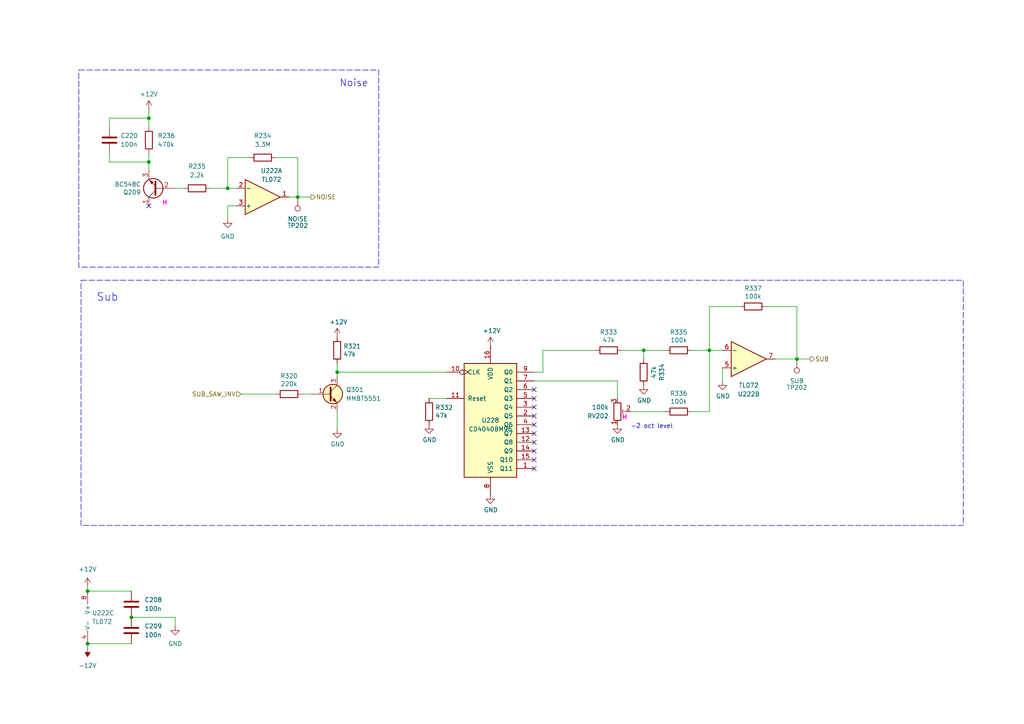
<source format=kicad_sch>
(kicad_sch (version 20231120) (generator "eeschema") (generator_version "8.0")
  (paper "A4")
  (lib_symbols
    (symbol "4xxx:4040" (pin_names (offset 1.016))
      (property "Reference" "U" (at -7.62 16.51 0))
      (property "Value" "4040" (at -7.62 -19.05 0))
      (symbol "4040_1_0"
        (pin output line (at 12.7 -15.24 180) (length 5.08) (name "Q11") (number "1"))
        (pin input inverted_clock (at -12.7 12.7 0) (length 5.08) (name "CLK") (number "10"))
        (pin input line (at -12.7 5.08 0) (length 5.08) (name "Reset") (number "11"))
        (pin output line (at 12.7 -7.62 180) (length 5.08) (name "Q8") (number "12"))
        (pin output line (at 12.7 -5.08 180) (length 5.08) (name "Q7") (number "13"))
        (pin output line (at 12.7 -10.16 180) (length 5.08) (name "Q9") (number "14"))
        (pin output line (at 12.7 -12.7 180) (length 5.08) (name "Q10") (number "15"))
        (pin power_in line (at 0 20.32 270) (length 5.08) (name "VDD") (number "16"))
        (pin output line (at 12.7 0 180) (length 5.08) (name "Q5") (number "2"))
        (pin output line (at 12.7 2.54 180) (length 5.08) (name "Q4") (number "3"))
        (pin output line (at 12.7 -2.54 180) (length 5.08) (name "Q6") (number "4"))
        (pin output line (at 12.7 5.08 180) (length 5.08) (name "Q3") (number "5"))
        (pin output line (at 12.7 7.62 180) (length 5.08) (name "Q2") (number "6"))
        (pin output line (at 12.7 10.16 180) (length 5.08) (name "Q1") (number "7"))
        (pin power_in line (at 0 -22.86 90) (length 5.08) (name "VSS") (number "8"))
        (pin output line (at 12.7 12.7 180) (length 5.08) (name "Q0") (number "9"))
      )
      (symbol "4040_1_1"
        (rectangle (start -7.62 15.24) (end 7.62 -17.78) (stroke (width 0.254)) (fill (type background)))
      )
    )
    (symbol "Amplifier_Operational:TL072" (pin_names (offset 0.127))
      (property "Reference" "U" (at 0 5.08 0))
      (property "Value" "TL072" (at 0 -5.08 0))
      (symbol "TL072_1_1"
        (polyline (pts (xy -5.08 5.08) (xy 5.08 0) (xy -5.08 -5.08) (xy -5.08 5.08)) (stroke (width 0.254)) (fill (type background)))
        (pin output line (at 7.62 0 180) (length 2.54) (name "~") (number "1"))
        (pin input line (at -7.62 -2.54 0) (length 2.54) (name "-") (number "2"))
        (pin input line (at -7.62 2.54 0) (length 2.54) (name "+") (number "3"))
      )
      (symbol "TL072_2_1"
        (polyline (pts (xy -5.08 5.08) (xy 5.08 0) (xy -5.08 -5.08) (xy -5.08 5.08)) (stroke (width 0.254)) (fill (type background)))
        (pin input line (at -7.62 2.54 0) (length 2.54) (name "+") (number "5"))
        (pin input line (at -7.62 -2.54 0) (length 2.54) (name "-") (number "6"))
        (pin output line (at 7.62 0 180) (length 2.54) (name "~") (number "7"))
      )
      (symbol "TL072_3_1"
        (pin power_in line (at -2.54 -7.62 90) (length 3.81) (name "V-") (number "4"))
        (pin power_in line (at -2.54 7.62 270) (length 3.81) (name "V+") (number "8"))
      )
    )
    (symbol "Connector:TestPoint" (pin_numbers hide) (pin_names (offset 0.762) hide)
      (property "Reference" "TP" (at 0 6.858 0))
      (property "Value" "TestPoint" (at 0 5.08 0))
      (symbol "TestPoint_0_1"
        (circle (center 0 3.302) (radius 0.762))
      )
      (symbol "TestPoint_1_1"
        (pin passive line (at 0 0 90) (length 2.54) (name "1") (number "1"))
      )
    )
    (symbol "Device:C" (pin_numbers hide) (pin_names (offset 0.254))
      (property "Reference" "C" (at 0.635 2.54 0))
      (property "Value" "C" (at 0.635 -2.54 0))
      (symbol "C_0_1"
        (polyline (pts (xy -2.032 -0.762) (xy 2.032 -0.762)) (stroke (width 0.508)))
        (polyline (pts (xy -2.032 0.762) (xy 2.032 0.762)) (stroke (width 0.508)))
      )
      (symbol "C_1_1"
        (pin passive line (at 0 3.81 270) (length 2.794) (name "~") (number "1"))
        (pin passive line (at 0 -3.81 90) (length 2.794) (name "~") (number "2"))
      )
    )
    (symbol "Device:R" (pin_numbers hide) (pin_names (offset 0))
      (property "Reference" "R" (at 2.032 0 90))
      (property "Value" "R" (at 0 0 90))
      (symbol "R_0_1"
        (rectangle (start -1.016 -2.54) (end 1.016 2.54) (stroke (width 0.254)))
      )
      (symbol "R_1_1"
        (pin passive line (at 0 3.81 270) (length 1.27) (name "~") (number "1"))
        (pin passive line (at 0 -3.81 90) (length 1.27) (name "~") (number "2"))
      )
    )
    (symbol "Device:R_Potentiometer_Trim" (pin_names (offset 1.016) hide)
      (property "Reference" "RV" (at -4.445 0 90))
      (property "Value" "R_Potentiometer_Trim" (at -2.54 0 90))
      (symbol "R_Potentiometer_Trim_0_1"
        (polyline (pts (xy 1.524 0.762) (xy 1.524 -0.762)))
        (polyline (pts (xy 2.54 0) (xy 1.524 0)))
        (rectangle (start 1.016 2.54) (end -1.016 -2.54) (stroke (width 0.254)))
      )
      (symbol "R_Potentiometer_Trim_1_1"
        (pin passive line (at 0 3.81 270) (length 1.27) (name "1") (number "1"))
        (pin passive line (at 3.81 0 180) (length 1.27) (name "2") (number "2"))
        (pin passive line (at 0 -3.81 90) (length 1.27) (name "3") (number "3"))
      )
    )
    (symbol "PCM_Transistor_BJT_AKL:BC847" (pin_names hide)
      (property "Reference" "Q" (at 5.08 1.27 0))
      (property "Value" "BC847" (at 5.08 -1.27 0))
      (symbol "BC847_0_1"
        (polyline (pts (xy 0.635 0.635) (xy 2.54 2.54)))
        (polyline (pts (xy 0.635 -0.635) (xy 2.54 -2.54) (xy 2.54 -2.54)))
        (polyline (pts (xy 0.635 1.905) (xy 0.635 -1.905) (xy 0.635 -1.905)) (stroke (width 0.508)))
        (polyline (pts (xy 1.27 -1.778) (xy 1.778 -1.27) (xy 2.286 -2.286) (xy 1.27 -1.778) (xy 1.27 -1.778)) (fill (type outline)))
        (circle (center 1.27 0) (radius 2.8194) (stroke (width 0.254)) (fill (type background)))
      )
      (symbol "BC847_1_1"
        (pin input line (at -5.08 0 0) (length 5.715) (name "B") (number "1"))
        (pin passive line (at 2.54 -5.08 90) (length 2.54) (name "E") (number "2"))
        (pin passive line (at 2.54 5.08 270) (length 2.54) (name "C") (number "3"))
      )
    )
    (symbol "Transistor_BJT:BC548" (pin_names (offset 0) hide)
      (property "Reference" "Q" (at 5.08 1.905 0))
      (property "Value" "BC548" (at 5.08 0 0))
      (symbol "BC548_0_1"
        (polyline (pts (xy 0 0) (xy 0.635 0)))
        (polyline (pts (xy 0.635 0.635) (xy 2.54 2.54)))
        (polyline (pts (xy 0.635 -0.635) (xy 2.54 -2.54) (xy 2.54 -2.54)))
        (polyline (pts (xy 0.635 1.905) (xy 0.635 -1.905) (xy 0.635 -1.905)) (stroke (width 0.508)))
        (polyline (pts (xy 1.27 -1.778) (xy 1.778 -1.27) (xy 2.286 -2.286) (xy 1.27 -1.778) (xy 1.27 -1.778)) (fill (type outline)))
        (circle (center 1.27 0) (radius 2.8194) (stroke (width 0.254)))
      )
      (symbol "BC548_1_1"
        (pin passive line (at 2.54 5.08 270) (length 2.54) (name "C") (number "1"))
        (pin input line (at -5.08 0 0) (length 5.08) (name "B") (number "2"))
        (pin passive line (at 2.54 -5.08 90) (length 2.54) (name "E") (number "3"))
      )
    )
    (symbol "power:+12V" (power) (pin_names (offset 0))
      (property "Value" "+12V" (at 0 3.556 0))
      (symbol "+12V_0_1"
        (polyline (pts (xy -0.762 1.27) (xy 0 2.54)))
        (polyline (pts (xy 0 0) (xy 0 2.54)))
        (polyline (pts (xy 0 2.54) (xy 0.762 1.27)))
      )
      (symbol "+12V_1_1"
        (pin power_in line (at 0 0 90) (length 0) hide (name "+12V") (number "1"))
      )
    )
    (symbol "power:-12V" (power) (pin_names (offset 0))
      (property "Value" "-12V" (at 0 3.81 0))
      (symbol "-12V_0_0"
        (pin power_in line (at 0 0 90) (length 0) hide (name "-12V") (number "1"))
      )
      (symbol "-12V_0_1"
        (polyline (pts (xy 0 0) (xy 0 1.27) (xy 0.762 1.27) (xy 0 2.54) (xy -0.762 1.27) (xy 0 1.27)) (fill (type outline)))
      )
    )
    (symbol "power:GND" (power) (pin_names (offset 0))
      (property "Value" "GND" (at 0 -3.81 0))
      (symbol "GND_0_1"
        (polyline (pts (xy 0 0) (xy 0 -1.27) (xy 1.27 -1.27) (xy 0 -2.54) (xy -1.27 -1.27) (xy 0 -1.27)))
      )
      (symbol "GND_1_1"
        (pin power_in line (at 0 0 270) (length 0) hide (name "GND") (number "1"))
      )
    )
  )
  (junction (at 38.1 179.07))
  (junction (at 43.18 34.29))
  (junction (at 97.79 107.95))
  (junction (at 25.4 186.69))
  (junction (at 231.14 104.14))
  (junction (at 66.04 54.61))
  (junction (at 25.4 171.45))
  (junction (at 86.36 57.15))
  (junction (at 205.74 101.6))
  (junction (at 186.69 101.6))
  (junction (at 43.18 46.99))
  (no_connect (at 154.94 118.11))
  (no_connect (at 43.18 59.69))
  (no_connect (at 154.94 125.73))
  (no_connect (at 154.94 113.03))
  (no_connect (at 154.94 115.57))
  (no_connect (at 154.94 123.19))
  (no_connect (at 154.94 133.35))
  (no_connect (at 154.94 128.27))
  (no_connect (at 154.94 130.81))
  (no_connect (at 154.94 135.89))
  (no_connect (at 154.94 120.65))
  (wire (pts (xy 234.95 104.14) (xy 231.14 104.14)))
  (wire (pts (xy 25.4 186.69) (xy 38.1 186.69)))
  (wire (pts (xy 186.69 101.6) (xy 193.04 101.6)))
  (wire (pts (xy 66.04 59.69) (xy 68.58 59.69)))
  (wire (pts (xy 97.79 107.95) (xy 97.79 109.22)))
  (wire (pts (xy 86.36 45.72) (xy 86.36 57.15)))
  (wire (pts (xy 231.14 88.9) (xy 231.14 104.14)))
  (wire (pts (xy 157.48 101.6) (xy 172.72 101.6)))
  (wire (pts (xy 231.14 104.14) (xy 224.79 104.14)))
  (wire (pts (xy 80.01 114.3) (xy 69.85 114.3)))
  (wire (pts (xy 66.04 63.5) (xy 66.04 59.69)))
  (wire (pts (xy 43.18 46.99) (xy 43.18 49.53)))
  (wire (pts (xy 31.75 46.99) (xy 43.18 46.99)))
  (wire (pts (xy 179.07 115.57) (xy 179.07 110.49)))
  (wire (pts (xy 154.94 110.49) (xy 179.07 110.49)))
  (wire (pts (xy 200.66 119.38) (xy 205.74 119.38)))
  (wire (pts (xy 205.74 101.6) (xy 209.55 101.6)))
  (wire (pts (xy 31.75 34.29) (xy 43.18 34.29)))
  (wire (pts (xy 205.74 88.9) (xy 205.74 101.6)))
  (wire (pts (xy 90.17 114.3) (xy 87.63 114.3)))
  (wire (pts (xy 31.75 36.83) (xy 31.75 34.29)))
  (wire (pts (xy 200.66 101.6) (xy 205.74 101.6)))
  (wire (pts (xy 72.39 45.72) (xy 66.04 45.72)))
  (wire (pts (xy 86.36 57.15) (xy 83.82 57.15)))
  (wire (pts (xy 205.74 119.38) (xy 205.74 101.6)))
  (wire (pts (xy 90.17 57.15) (xy 86.36 57.15)))
  (wire (pts (xy 31.75 44.45) (xy 31.75 46.99)))
  (wire (pts (xy 50.8 179.07) (xy 38.1 179.07)))
  (wire (pts (xy 97.79 124.46) (xy 97.79 119.38)))
  (wire (pts (xy 182.88 119.38) (xy 193.04 119.38)))
  (wire (pts (xy 157.48 107.95) (xy 154.94 107.95)))
  (wire (pts (xy 43.18 31.75) (xy 43.18 34.29)))
  (wire (pts (xy 129.54 107.95) (xy 97.79 107.95)))
  (wire (pts (xy 214.63 88.9) (xy 205.74 88.9)))
  (wire (pts (xy 25.4 187.96) (xy 25.4 186.69)))
  (wire (pts (xy 25.4 170.18) (xy 25.4 171.45)))
  (wire (pts (xy 43.18 46.99) (xy 43.18 44.45)))
  (wire (pts (xy 129.54 115.57) (xy 124.46 115.57)))
  (wire (pts (xy 157.48 101.6) (xy 157.48 107.95)))
  (wire (pts (xy 180.34 101.6) (xy 186.69 101.6)))
  (wire (pts (xy 25.4 171.45) (xy 38.1 171.45)))
  (wire (pts (xy 66.04 45.72) (xy 66.04 54.61)))
  (wire (pts (xy 222.25 88.9) (xy 231.14 88.9)))
  (wire (pts (xy 209.55 110.49) (xy 209.55 106.68)))
  (wire (pts (xy 50.8 181.61) (xy 50.8 179.07)))
  (wire (pts (xy 68.58 54.61) (xy 66.04 54.61)))
  (wire (pts (xy 97.79 105.41) (xy 97.79 107.95)))
  (wire (pts (xy 60.96 54.61) (xy 66.04 54.61)))
  (wire (pts (xy 80.01 45.72) (xy 86.36 45.72)))
  (wire (pts (xy 186.69 104.14) (xy 186.69 101.6)))
  (wire (pts (xy 50.8 54.61) (xy 53.34 54.61)))
  (wire (pts (xy 43.18 34.29) (xy 43.18 36.83)))
  (rectangle (start 22.86 20.32) (end 109.855 77.47) (stroke (width 0) (type dash)))
  (rectangle (start 23.495 81.28) (end 279.4 152.4) (stroke (width 0) (type dash)))
  (text "H" (at 180.34 121.92 0) (effects (font (size 1.27 1.27) (thickness 0.254) (bold yes)) (justify left bottom)))
  (text "Noise" (at 98.425 25.4 0) (effects (font (size 2 2)) (justify left bottom)))
  (text "H" (at 46.99 59.69 0) (effects (font (size 1.27 1.27) (thickness 0.254) (bold yes)) (justify left bottom)))
  (text "-2 oct level" (at 182.88 124.46 0) (effects (font (size 1.27 1.27)) (justify left bottom)))
  (text "Sub" (at 27.94 87.63 0) (effects (font (size 2.2606 2.2606)) (justify left bottom)))
  (hierarchical_label "NOISE" (shape output) (at 90.17 57.15 0))
  (hierarchical_label "SUB_SAW_INV" (shape input) (at 69.85 114.3 180))
  (hierarchical_label "SUB" (shape output) (at 234.95 104.14 0))
  (symbol (lib_id "Amplifier_Operational:TL072") (at 27.94 179.07 0) (unit 3)
    (property "Reference" "U222" (at 26.67 177.8 0) (effects (justify left)))
    (property "Value" "TL072" (at 26.67 180.34 0) (effects (justify left)))
    (property "Footprint" "Package_SO:SOIC-8_3.9x4.9mm_P1.27mm" (effects (hide yes)))
    (property "Datasheet" "http://www.ti.com/lit/ds/symlink/tl071.pdf" (effects (hide yes)))
    (property "LCSC" "C6961" (effects (hide yes)))
    (property "Vendor" "JLCPCB" (effects (hide yes)))
  )
  (symbol (lib_id "Amplifier_Operational:TL072") (at 76.2 57.15 0) (mirror x) (unit 1)
    (property "Reference" "U222" (at 78.74 49.53 0))
    (property "Value" "TL072" (at 78.74 52.07 0))
    (property "Footprint" "Package_SO:SOIC-8_3.9x4.9mm_P1.27mm" (effects (hide yes)))
    (property "Datasheet" "http://www.ti.com/lit/ds/symlink/tl071.pdf" (effects (hide yes)))
    (property "LCSC" "C6961" (effects (hide yes)))
    (property "Vendor" "JLCPCB" (effects (hide yes)))
  )
  (symbol (lib_id "Device:R") (at 76.2 45.72 90) (unit 1)
    (property "Reference" "R234" (at 76.2 39.37 90))
    (property "Value" "3.3M" (at 76.2 41.91 90))
    (property "Footprint" "Resistor_SMD:R_0603_1608Metric" (effects (hide yes)))
    (property "LCSC" "C141659" (effects (hide yes)))
    (property "Vendor" "JLCPCB" (effects (hide yes)))
    (instances (project "core-rev-3" (path "" (reference "R234") (unit 1)) (path "" (reference "R298") (unit 1))))
  )
  (symbol (lib_id "power:GND") (at 179.07 123.19 0) (unit 1)
    (property "Reference" "#PWR0398" (effects (hide yes)))
    (property "Value" "GND" (at 179.197 127.5842 0))
    (instances (project "core-rev-3" (path "" (reference "#PWR0398") (unit 1))) (project "waveshaper-A" (path "" (reference "#PWR0120") (unit 1))))
  )
  (symbol (lib_id "Device:C") (at 31.75 40.64 0) (unit 1)
    (property "Reference" "C220" (at 34.925 39.37 0) (effects (justify left)))
    (property "Value" "100n" (at 34.925 41.91 0) (effects (justify left)))
    (property "Footprint" "Capacitor_SMD:C_0603_1608Metric" (effects (hide yes)))
    (property "LCSC" "C14663" (effects (hide yes)))
    (property "Vendor" "JLCPCB" (effects (hide yes)))
    (instances (project "core-rev-3" (path "" (reference "C220") (unit 1)) (path "" (reference "C257") (unit 1))))
  )
  (symbol (lib_id "power:+12V") (at 142.24 100.33 0) (unit 1)
    (property "Reference" "#PWR0396" (effects (hide yes)))
    (property "Value" "+12V" (at 142.621 95.9358 0))
    (instances (project "core-rev-3" (path "" (reference "#PWR0396") (unit 1))) (project "waveshaper-A" (path "" (reference "#PWR0116") (unit 1))))
  )
  (symbol (lib_id "Device:R") (at 83.82 114.3 270) (unit 1)
    (property "Reference" "R320" (at 83.82 109.0422 90))
    (property "Value" "220k" (at 83.82 111.3536 90))
    (property "Footprint" "Resistor_SMD:R_0603_1608Metric" (effects (hide yes)))
    (property "LCSC" "C22961" (effects (hide yes)))
    (property "Vendor" "JLCPCB" (effects (hide yes)))
    (instances (project "core-rev-3" (path "" (reference "R320") (unit 1))) (project "waveshaper-A" (path "" (reference "R17") (unit 1))))
  )
  (symbol (lib_id "Device:R") (at 43.18 40.64 0) (unit 1)
    (property "Reference" "R236" (at 45.72 39.37 0) (effects (justify left)))
    (property "Value" "470k" (at 45.72 41.91 0) (effects (justify left)))
    (property "Footprint" "Resistor_SMD:R_0603_1608Metric" (effects (hide yes)))
    (property "LCSC" "C23178" (effects (hide yes)))
    (property "Vendor" "JLCPCB" (effects (hide yes)))
    (instances (project "core-rev-3" (path "" (reference "R236") (unit 1)) (path "" (reference "R296") (unit 1))))
  )
  (symbol (lib_id "Device:R") (at 196.85 119.38 270) (unit 1)
    (property "Reference" "R336" (at 196.85 114.1222 90))
    (property "Value" "100k" (at 196.85 116.4336 90))
    (property "Footprint" "Resistor_SMD:R_0603_1608Metric" (effects (hide yes)))
    (property "LCSC" "C25803" (effects (hide yes)))
    (property "Vendor" "JLCPCB" (effects (hide yes)))
    (instances (project "core-rev-3" (path "" (reference "R336") (unit 1))) (project "waveshaper-A" (path "" (reference "R30") (unit 1))))
  )
  (symbol (lib_id "power:GND") (at 209.55 110.49 0) (unit 1)
    (property "Reference" "#PWR0400" (effects (hide yes)))
    (property "Value" "GND" (at 209.677 114.8842 0))
    (instances (project "core-rev-3" (path "" (reference "#PWR0400") (unit 1))) (project "waveshaper-A" (path "" (reference "#PWR0121") (unit 1))))
  )
  (symbol (lib_id "Device:C") (at 38.1 182.88 0) (unit 1)
    (property "Reference" "C209" (at 41.91 181.61 0) (effects (justify left)))
    (property "Value" "100n" (at 41.91 184.15 0) (effects (justify left)))
    (property "Footprint" "Capacitor_SMD:C_0603_1608Metric" (effects (hide yes)))
    (property "LCSC" "C14663" (effects (hide yes)))
    (property "Vendor" "JLCPCB" (effects (hide yes)))
    (instances (project "A-psu-voice-proto-4l" (path "" (reference "C209") (unit 1))) (project "core-rev-3" (path "" (reference "C238") (unit 1)) (path "" (reference "C209") (unit 1)) (path "" (reference "C259") (unit 1))) (project "hog-v2-voice-proto" (path "" (reference "C209") (unit 1))))
  )
  (symbol (lib_id "power:+12V") (at 97.79 97.79 0) (unit 1)
    (property "Reference" "#PWR0235" (effects (hide yes)))
    (property "Value" "+12V" (at 98.171 93.3958 0))
    (instances (project "core-rev-3" (path "" (reference "#PWR0235") (unit 1))) (project "waveshaper-A" (path "" (reference "#PWR0113") (unit 1))))
  )
  (symbol (lib_id "Connector:TestPoint") (at 86.36 57.15 180) (unit 1) (in_bom no)
    (property "Reference" "TP202" (at 86.36 65.405 0))
    (property "Value" "NOISE" (at 86.36 63.5 0))
    (property "Footprint" "TestPoint:TestPoint_THTPad_2.0x2.0mm_Drill1.0mm" (effects (hide yes)))
    (instances (project "core-rev-3" (path "" (reference "TP202") (unit 1)) (path "" (reference "TP209") (unit 1)) (path "" (reference "TP210") (unit 1)) (path "" (reference "TP206") (unit 1)) (path "" (reference "TP219") (unit 1))))
  )
  (symbol (lib_id "Device:R") (at 196.85 101.6 270) (unit 1)
    (property "Reference" "R335" (at 196.85 96.3422 90))
    (property "Value" "100k" (at 196.85 98.6536 90))
    (property "Footprint" "Resistor_SMD:R_0603_1608Metric" (effects (hide yes)))
    (property "LCSC" "C25803" (effects (hide yes)))
    (property "Vendor" "JLCPCB" (effects (hide yes)))
    (instances (project "core-rev-3" (path "" (reference "R335") (unit 1))) (project "waveshaper-A" (path "" (reference "R20") (unit 1))))
  )
  (symbol (lib_id "Device:R") (at 186.69 107.95 180) (unit 1)
    (property "Reference" "R334" (at 191.9478 107.95 90))
    (property "Value" "47k" (at 189.6364 107.95 90))
    (property "Footprint" "Resistor_SMD:R_0603_1608Metric" (effects (hide yes)))
    (property "LCSC" "C25819" (effects (hide yes)))
    (property "Vendor" "JLCPCB" (effects (hide yes)))
    (instances (project "core-rev-3" (path "" (reference "R334") (unit 1))) (project "waveshaper-A" (path "" (reference "R29") (unit 1))))
  )
  (symbol (lib_id "power:GND") (at 50.8 181.61 0) (unit 1)
    (property "Reference" "#PWR0323" (effects (hide yes)))
    (property "Value" "GND" (at 50.8 186.69 0))
  )
  (symbol (lib_id "Device:R") (at 57.15 54.61 90) (unit 1)
    (property "Reference" "R235" (at 57.15 48.26 90))
    (property "Value" "2.2k" (at 57.15 50.8 90))
    (property "Footprint" "Resistor_SMD:R_0603_1608Metric" (effects (hide yes)))
    (property "LCSC" "C4190" (effects (hide yes)))
    (property "Vendor" "JLCPCB" (effects (hide yes)))
    (instances (project "core-rev-3" (path "" (reference "R235") (unit 1)) (path "" (reference "R297") (unit 1))))
  )
  (symbol (lib_id "power:GND") (at 142.24 143.51 0) (unit 1)
    (property "Reference" "#PWR0397" (effects (hide yes)))
    (property "Value" "GND" (at 142.367 147.9042 0))
    (instances (project "core-rev-3" (path "" (reference "#PWR0397") (unit 1))) (project "waveshaper-A" (path "" (reference "#PWR0115") (unit 1))))
  )
  (symbol (lib_id "Device:R") (at 124.46 119.38 0) (unit 1)
    (property "Reference" "R332" (at 126.238 118.2116 0) (effects (justify left)))
    (property "Value" "47k" (at 126.238 120.523 0) (effects (justify left)))
    (property "Footprint" "Resistor_SMD:R_0603_1608Metric" (effects (hide yes)))
    (property "LCSC" "C25819" (effects (hide yes)))
    (property "Vendor" "JLCPCB" (effects (hide yes)))
    (instances (project "core-rev-3" (path "" (reference "R332") (unit 1))) (project "waveshaper-A" (path "" (reference "R19") (unit 1))))
  )
  (symbol (lib_id "Amplifier_Operational:TL072") (at 217.17 104.14 0) (mirror x) (unit 2)
    (property "Reference" "U222" (at 217.17 114.3 0))
    (property "Value" "TL072" (at 217.17 111.76 0))
    (property "Footprint" "Package_SO:SOIC-8_3.9x4.9mm_P1.27mm" (effects (hide yes)))
    (property "Datasheet" "http://www.ti.com/lit/ds/symlink/tl071.pdf" (effects (hide yes)))
    (property "LCSC" "C6961" (effects (hide yes)))
    (property "Vendor" "JLCPCB" (effects (hide yes)))
  )
  (symbol (lib_id "power:GND") (at 186.69 111.76 0) (unit 1)
    (property "Reference" "#PWR0399" (effects (hide yes)))
    (property "Value" "GND" (at 186.817 116.1542 0))
    (instances (project "core-rev-3" (path "" (reference "#PWR0399") (unit 1))) (project "waveshaper-A" (path "" (reference "#PWR025") (unit 1))))
  )
  (symbol (lib_id "power:-12V") (at 25.4 187.96 180) (unit 1)
    (property "Reference" "#PWR0321" (effects (hide yes)))
    (property "Value" "-12V" (at 25.4 193.04 0))
  )
  (symbol (lib_id "Device:R") (at 176.53 101.6 270) (unit 1)
    (property "Reference" "R333" (at 176.53 96.3422 90))
    (property "Value" "47k" (at 176.53 98.6536 90))
    (property "Footprint" "Resistor_SMD:R_0603_1608Metric" (effects (hide yes)))
    (property "LCSC" "C25819" (effects (hide yes)))
    (property "Vendor" "JLCPCB" (effects (hide yes)))
    (instances (project "core-rev-3" (path "" (reference "R333") (unit 1))) (project "waveshaper-A" (path "" (reference "R28") (unit 1))))
  )
  (symbol (lib_id "Device:C") (at 38.1 175.26 0) (unit 1)
    (property "Reference" "C208" (at 41.91 173.99 0) (effects (justify left)))
    (property "Value" "100n" (at 41.91 176.53 0) (effects (justify left)))
    (property "Footprint" "Capacitor_SMD:C_0603_1608Metric" (effects (hide yes)))
    (property "LCSC" "C14663" (effects (hide yes)))
    (property "Vendor" "JLCPCB" (effects (hide yes)))
    (instances (project "A-psu-voice-proto-4l" (path "" (reference "C208") (unit 1))) (project "core-rev-3" (path "" (reference "C237") (unit 1)) (path "" (reference "C208") (unit 1)) (path "" (reference "C258") (unit 1))) (project "hog-v2-voice-proto" (path "" (reference "C208") (unit 1))))
  )
  (symbol (lib_id "power:GND") (at 124.46 123.19 0) (unit 1)
    (property "Reference" "#PWR0309" (effects (hide yes)))
    (property "Value" "GND" (at 124.587 127.5842 0))
    (instances (project "core-rev-3" (path "" (reference "#PWR0309") (unit 1))) (project "waveshaper-A" (path "" (reference "#PWR0114") (unit 1))))
  )
  (symbol (lib_id "Device:R") (at 218.44 88.9 270) (unit 1)
    (property "Reference" "R337" (at 218.44 83.6422 90))
    (property "Value" "100k" (at 218.44 85.9536 90))
    (property "Footprint" "Resistor_SMD:R_0603_1608Metric" (effects (hide yes)))
    (property "LCSC" "C25803" (effects (hide yes)))
    (property "Vendor" "JLCPCB" (effects (hide yes)))
    (instances (project "core-rev-3" (path "" (reference "R337") (unit 1))) (project "waveshaper-A" (path "" (reference "R21") (unit 1))))
  )
  (symbol (lib_id "Device:R") (at 97.79 101.6 0) (unit 1)
    (property "Reference" "R321" (at 99.568 100.4316 0) (effects (justify left)))
    (property "Value" "47k" (at 99.568 102.743 0) (effects (justify left)))
    (property "Footprint" "Resistor_SMD:R_0603_1608Metric" (effects (hide yes)))
    (property "LCSC" "C25819" (effects (hide yes)))
    (property "Vendor" "JLCPCB" (effects (hide yes)))
    (instances (project "core-rev-3" (path "" (reference "R321") (unit 1))) (project "waveshaper-A" (path "" (reference "R18") (unit 1))))
  )
  (symbol (lib_id "4xxx:4040") (at 142.24 120.65 0) (unit 1)
    (property "Reference" "U228" (at 142.24 121.92 0))
    (property "Value" "CD4040BM96" (at 142.24 124.46 0))
    (property "Footprint" "Package_SO:SOIC-16_3.9x9.9mm_P1.27mm" (effects (hide yes)))
    (property "Datasheet" "http://www.intersil.com/content/dam/Intersil/documents/cd40/cd4020bms-24bms-40bms.pdf" (effects (hide yes)))
    (property "LCSC" "C353974" (effects (hide yes)))
    (property "Vendor" "JLCPCB" (effects (hide yes)))
    (instances (project "core-rev-3" (path "" (reference "U228") (unit 1))) (project "waveshaper-A" (path "" (reference "U5") (unit 1))))
  )
  (symbol (lib_id "power:+12V") (at 43.18 31.75 0) (unit 1)
    (property "Reference" "#PWR0204" (effects (hide yes)))
    (property "Value" "+12V" (at 43.18 27.305 0))
    (instances (project "core-rev-3" (path "" (reference "#PWR0204") (unit 1)) (path "" (reference "#PWR0322") (unit 1))))
  )
  (symbol (lib_id "power:GND") (at 97.79 124.46 0) (unit 1)
    (property "Reference" "#PWR0245" (effects (hide yes)))
    (property "Value" "GND" (at 97.917 128.8542 0))
    (instances (project "core-rev-3" (path "" (reference "#PWR0245") (unit 1))) (project "waveshaper-A" (path "" (reference "#PWR0125") (unit 1))))
  )
  (symbol (lib_id "Transistor_BJT:BC548") (at 45.72 54.61 180) (unit 1)
    (property "Reference" "Q209" (at 40.8686 55.7784 0) (effects (justify left)))
    (property "Value" "BC548C" (at 40.8686 53.467 0) (effects (justify left)))
    (property "Footprint" "Package_TO_SOT_THT:TO-92L_Inline_Wide" (effects (hide yes)))
    (property "Datasheet" "https://www.onsemi.com/pub/Collateral/BC550-D.pdf" (effects (hide yes)))
    (property "Part No." "637-BC548C " (effects (hide yes)))
    (property "Part URL" "https://mou.sr/4fhkHkJ" (effects (hide yes)))
    (property "Vendor" "Mouser" (effects (hide yes)))
    (instances (project "core-rev-3" (path "" (reference "Q209") (unit 1)) (path "" (reference "Q210") (unit 1))) (project "hog-f1-control" (path "" (reference "Q2") (unit 1))))
  )
  (symbol (lib_id "power:GND") (at 66.04 63.5 0) (unit 1)
    (property "Reference" "#PWR0116" (effects (hide yes)))
    (property "Value" "GND" (at 66.04 68.58 0))
    (instances (project "core-rev-3" (path "" (reference "#PWR0116") (unit 1)) (path "" (reference "#PWR0324") (unit 1))))
  )
  (symbol (lib_id "PCM_Transistor_BJT_AKL:BC847") (at 95.25 114.3 0) (unit 1)
    (property "Reference" "Q301" (at 100.33 113.03 0) (effects (justify left)))
    (property "Value" "MMBT5551" (at 100.33 115.57 0) (effects (justify left)))
    (property "Footprint" "Package_TO_SOT_SMD:SOT-23" (effects (hide yes)))
    (property "Datasheet" "https://datasheet.lcsc.com/lcsc/2304140030_Jiangsu-Changjing-Electronics-Technology-Co---Ltd--MMBT5551_C2145.pdf" (effects (hide yes)))
    (property "LCSC" "C2145" (effects (hide yes)))
    (property "Vendor" "JLCPCB" (effects (hide yes)))
    (instances (project "A-psu-voice-proto-4l" (path "" (reference "Q301") (unit 1))) (project "core-rev-3" (path "" (reference "Q213") (unit 1)) (path "" (reference "Q214") (unit 1)) (path "" (reference "Q212") (unit 1))))
  )
  (symbol (lib_id "Device:R_Potentiometer_Trim") (at 179.07 119.38 0) (mirror x) (unit 1)
    (property "Reference" "RV202" (at 176.53 120.65 0) (effects (justify right)))
    (property "Value" "100k" (at 176.53 118.11 0) (effects (justify right)))
    (property "Footprint" "Potentiometer_THT:Potentiometer_ACP_CA6-H2,5_Horizontal" (effects (hide yes)))
    (property "Part No." "531-PT6KH104A1010PM " (effects (hide yes)))
    (property "Part URL" "https://mou.sr/49zQlIS" (effects (hide yes)))
    (property "Vendor" "Mouser" (effects (hide yes)))
    (instances (project "core-rev-3" (path "" (reference "RV202") (unit 1)) (path "" (reference "RV203") (unit 1))))
  )
  (symbol (lib_id "power:+12V") (at 25.4 170.18 0) (unit 1)
    (property "Reference" "#PWR0320" (effects (hide yes)))
    (property "Value" "+12V" (at 25.4 165.1 0))
  )
  (symbol (lib_id "Connector:TestPoint") (at 231.14 104.14 180) (unit 1) (in_bom no)
    (property "Reference" "TP202" (at 231.14 112.395 0))
    (property "Value" "SUB" (at 231.14 110.49 0))
    (property "Footprint" "TestPoint:TestPoint_THTPad_2.0x2.0mm_Drill1.0mm" (effects (hide yes)))
    (instances (project "core-rev-3" (path "" (reference "TP202") (unit 1)) (path "" (reference "TP209") (unit 1)) (path "" (reference "TP210") (unit 1)) (path "" (reference "TP206") (unit 1)) (path "" (reference "TP232") (unit 1))))
  )
)
</source>
